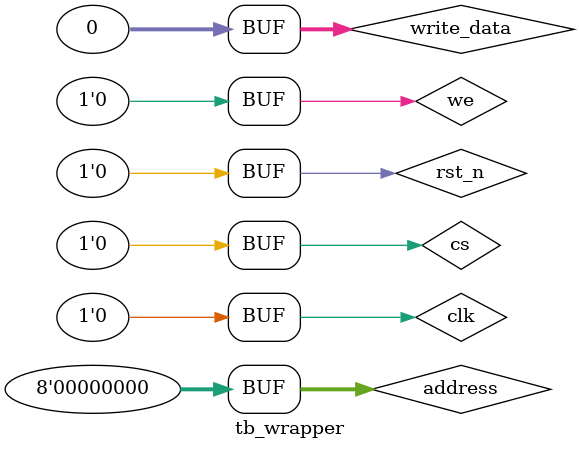
<source format=v>
`timescale 1ns / 1ps

module tb_wrapper;

	// Inputs
	reg clk;
	reg rst_n;
	reg cs;
	reg we;
	reg [7:0] address;
	reg [31:0] write_data;

	// Outputs
	wire [31:0] read_data;

	// Instantiate the Unit Under Test (UUT)
	modexpa7_wrapper uut (
		.clk(clk), 
		.rst_n(rst_n), 
		.cs(cs), 
		.we(we), 
		.address(address), 
		.write_data(write_data), 
		.read_data(read_data)
	);

	initial begin
		// Initialize Inputs
		clk = 0;
		rst_n = 0;
		cs = 0;
		we = 0;
		address = 0;
		write_data = 0;

		// Wait 100 ns for global reset to finish
		#100;
        
		// Add stimulus here

	end
      
endmodule


</source>
